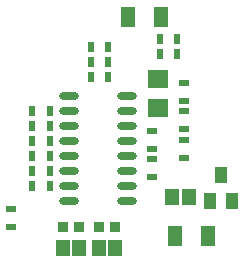
<source format=gtp>
G04 Layer_Color=7318015*
%FSLAX25Y25*%
%MOIN*%
G70*
G01*
G75*
%ADD10R,0.01969X0.03543*%
%ADD11R,0.07087X0.06496*%
%ADD12R,0.05118X0.07087*%
%ADD13R,0.04528X0.05315*%
%ADD14R,0.03543X0.01969*%
%ADD15R,0.03347X0.03740*%
%ADD16O,0.06693X0.02362*%
%ADD17R,0.04000X0.05600*%
D10*
X136453Y270500D02*
D03*
X130547D02*
D03*
X136453Y285500D02*
D03*
X130547D02*
D03*
Y265500D02*
D03*
X136453D02*
D03*
Y260500D02*
D03*
X130547D02*
D03*
X136453Y280500D02*
D03*
X130547D02*
D03*
X136453Y275500D02*
D03*
X130547D02*
D03*
X150047Y307000D02*
D03*
X155953D02*
D03*
Y302000D02*
D03*
X150047D02*
D03*
X155953Y297000D02*
D03*
X150047D02*
D03*
X178953Y304500D02*
D03*
X173047D02*
D03*
X178953Y309500D02*
D03*
X173047D02*
D03*
D11*
X172500Y296323D02*
D03*
Y286677D02*
D03*
D12*
X162488Y317000D02*
D03*
X173512D02*
D03*
X189012Y244000D02*
D03*
X177988D02*
D03*
D13*
X177244Y257000D02*
D03*
X182756D02*
D03*
X140744Y240000D02*
D03*
X146256D02*
D03*
X158256D02*
D03*
X152744D02*
D03*
D14*
X123500Y247047D02*
D03*
Y252953D02*
D03*
X181000Y294953D02*
D03*
Y289047D02*
D03*
Y285453D02*
D03*
Y279547D02*
D03*
Y275953D02*
D03*
Y270047D02*
D03*
X170500Y273047D02*
D03*
Y278953D02*
D03*
Y263547D02*
D03*
Y269453D02*
D03*
D15*
X146158Y247000D02*
D03*
X140842D02*
D03*
X152842D02*
D03*
X158158D02*
D03*
D16*
X162146Y255500D02*
D03*
Y260500D02*
D03*
Y265500D02*
D03*
Y270500D02*
D03*
Y275500D02*
D03*
Y280500D02*
D03*
Y285500D02*
D03*
Y290500D02*
D03*
X142854Y255500D02*
D03*
Y260500D02*
D03*
Y265500D02*
D03*
Y270500D02*
D03*
Y275500D02*
D03*
Y280500D02*
D03*
Y285500D02*
D03*
Y290500D02*
D03*
D17*
X193470Y264365D02*
D03*
X197270Y255635D02*
D03*
X189730D02*
D03*
M02*

</source>
